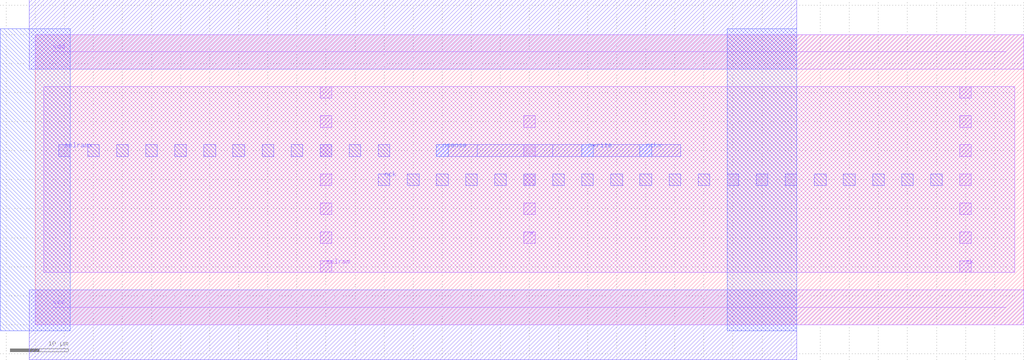
<source format=lef>

VERSION             5.2 ;
NAMESCASESENSITIVE  ON ;
BUSBITCHARS         "()" ;
DIVIDERCHAR         "." ;


MACRO ram_mem_buf0
    CLASS     CORE ;
    ORIGIN    0.00 0.00 ;
    SIZE      25.00 BY 50.00 ;
    SYMMETRY  X Y ;
    SITE      core ;
    PIN nq
        DIRECTION OUTPUT ;
        PORT
            LAYER ALU3 ;
            RECT 9.00 19.00 11.00 21.00 ;
        END
    END nq
    PIN i
        DIRECTION INPUT ;
        PORT
            LAYER ALU3 ;
            RECT 14.00 24.00 16.00 26.00 ;
        END
    END i
    PIN vdd
        DIRECTION INPUT ;
        USE POWER ;
        SHAPE ABUTMENT ;
        PORT
            LAYER ALU1 ;
            WIDTH 6.00 ;
            PATH 3.00 47.00 22.00 47.00 ;
            LAYER ALU3 ;
            WIDTH 12.00 ;
            PATH 0.00 6.00 0.00 44.00 ;
        END
    END vdd
    PIN vss
        DIRECTION INPUT ;
        USE GROUND ;
        SHAPE ABUTMENT ;
        PORT
            LAYER ALU1 ;
            WIDTH 6.00 ;
            PATH 3.00 3.00 22.00 3.00 ;
            LAYER ALU3 ;
            WIDTH 12.00 ;
            PATH 25.00 6.00 25.00 44.00 ;
        END
    END vss
    OBS
        LAYER ALU1 ;
        RECT 1.50 9.00 23.50 41.00 ;
        LAYER ALU2 ;
        RECT 10.00 24.00 16.00 26.00 ;
        RECT 5.00 19.00 19.00 21.00 ;
        RECT 10.00 24.00 16.00 26.00 ;
        RECT 5.00 19.00 19.00 21.00 ;
    END
END ram_mem_buf0


MACRO ram_mem_buf1
    CLASS     CORE ;
    ORIGIN    0.00 0.00 ;
    SIZE      25.00 BY 50.00 ;
    SYMMETRY  X Y ;
    SITE      core ;
    PIN nseli
        DIRECTION OUTPUT ;
        PORT
            LAYER ALU3 ;
            RECT 14.00 34.00 16.00 36.00 ;
        END
    END nseli
    PIN nck
        DIRECTION INPUT ;
        PORT
            LAYER ALU2 ;
            RECT 14.00 24.00 16.00 26.00 ;
            RECT 9.00 24.00 11.00 26.00 ;
        END
    END nck
    PIN selramx
        DIRECTION INPUT ;
        PORT
            LAYER ALU2 ;
            RECT 14.00 29.00 16.00 31.00 ;
            RECT 9.00 29.00 11.00 31.00 ;
        END
    END selramx
    PIN seli
        DIRECTION INPUT ;
        PORT
            LAYER ALU3 ;
            RECT 14.00 14.00 16.00 16.00 ;
        END
    END seli
    PIN vdd
        DIRECTION INPUT ;
        USE POWER ;
        SHAPE ABUTMENT ;
        PORT
            LAYER ALU1 ;
            WIDTH 6.00 ;
            PATH 3.00 47.00 22.00 47.00 ;
            LAYER ALU3 ;
            WIDTH 12.00 ;
            PATH 0.00 6.00 0.00 44.00 ;
        END
    END vdd
    PIN vss
        DIRECTION INPUT ;
        USE GROUND ;
        SHAPE ABUTMENT ;
        PORT
            LAYER ALU1 ;
            WIDTH 6.00 ;
            PATH 3.00 3.00 22.00 3.00 ;
            LAYER ALU3 ;
            WIDTH 12.00 ;
            PATH 25.00 6.00 25.00 44.00 ;
        END
    END vss
    OBS
        LAYER ALU1 ;
        RECT 1.50 9.00 23.50 41.00 ;
        LAYER ALU2 ;
        RECT 9.00 14.00 16.00 16.00 ;
        RECT 9.00 14.00 16.00 16.00 ;
        RECT 9.00 34.00 16.00 36.00 ;
        RECT 9.00 34.00 16.00 36.00 ;
    END
END ram_mem_buf1


MACRO ram_mem_data
    CLASS     CORE ;
    ORIGIN    0.00 0.00 ;
    SIZE      25.00 BY 50.00 ;
    SYMMETRY  X Y ;
    SITE      core ;
    PIN bit0
        DIRECTION OUTPUT TRISTATE ;
        PORT
            LAYER ALU2 ;
            RECT 24.00 9.00 26.00 11.00 ;
            RECT 19.00 9.00 21.00 11.00 ;
            RECT 14.00 9.00 16.00 11.00 ;
            RECT 9.00 9.00 11.00 11.00 ;
            RECT 4.00 9.00 6.00 11.00 ;
            RECT -1.00 9.00 1.00 11.00 ;
        END
    END bit0
    PIN nbit0
        DIRECTION OUTPUT TRISTATE ;
        PORT
            LAYER ALU2 ;
            RECT 24.00 19.00 26.00 21.00 ;
            RECT 19.00 19.00 21.00 21.00 ;
            RECT 14.00 19.00 16.00 21.00 ;
            RECT 9.00 19.00 11.00 21.00 ;
            RECT 4.00 19.00 6.00 21.00 ;
            RECT -1.00 19.00 1.00 21.00 ;
        END
    END nbit0
    PIN nbit1
        DIRECTION OUTPUT TRISTATE ;
        PORT
            LAYER ALU2 ;
            RECT 24.00 39.00 26.00 41.00 ;
            RECT 19.00 39.00 21.00 41.00 ;
            RECT 14.00 39.00 16.00 41.00 ;
            RECT 9.00 39.00 11.00 41.00 ;
            RECT 4.00 39.00 6.00 41.00 ;
            RECT -1.00 39.00 1.00 41.00 ;
        END
    END nbit1
    PIN bit1
        DIRECTION OUTPUT TRISTATE ;
        PORT
            LAYER ALU2 ;
            RECT 24.00 29.00 26.00 31.00 ;
            RECT 19.00 29.00 21.00 31.00 ;
            RECT 14.00 29.00 16.00 31.00 ;
            RECT 9.00 29.00 11.00 31.00 ;
            RECT 4.00 29.00 6.00 31.00 ;
            RECT -1.00 29.00 1.00 31.00 ;
        END
    END bit1
    PIN selxi
        DIRECTION INPUT ;
        PORT
            LAYER ALU3 ;
            RECT 9.00 44.00 11.00 46.00 ;
        END
    END selxi
    PIN vss
        DIRECTION INPUT ;
        USE GROUND ;
        SHAPE ABUTMENT ;
        PORT
            LAYER ALU3 ;
            WIDTH 12.00 ;
            PATH 25.00 6.00 25.00 44.00 ;
        END
    END vss
    PIN vdd
        DIRECTION INPUT ;
        USE POWER ;
        SHAPE ABUTMENT ;
        PORT
            LAYER ALU3 ;
            WIDTH 12.00 ;
            PATH 0.00 6.00 0.00 44.00 ;
        END
    END vdd
    OBS
        LAYER ALU2 ;
        RECT 24.00 37.00 26.00 41.00 ;
        RECT 24.00 29.00 26.00 33.00 ;
        RECT 24.00 9.00 26.00 15.00 ;
        RECT -1.00 4.00 26.00 46.00 ;
        RECT 19.00 4.00 26.00 6.00 ;
        RECT 19.00 24.00 26.00 26.00 ;
        RECT -1.00 24.00 6.00 26.00 ;
        RECT -1.00 14.00 6.00 16.00 ;
        RECT 19.00 44.00 26.00 46.00 ;
        RECT 9.00 44.00 16.00 46.00 ;
    END
END ram_mem_data


MACRO ram_mem_dec2
    CLASS     CORE ;
    ORIGIN    0.00 0.00 ;
    SIZE      100.00 BY 50.00 ;
    SYMMETRY  X Y ;
    SITE      core ;
    PIN ndeca
        DIRECTION OUTPUT ;
        PORT
            LAYER ALU3 ;
            RECT 34.00 19.00 36.00 21.00 ;
        END
    END ndeca
    PIN ndecb
        DIRECTION OUTPUT ;
        PORT
            LAYER ALU3 ;
            RECT 84.00 19.00 86.00 21.00 ;
        END
    END ndecb
    PIN i1
        DIRECTION INPUT ;
        PORT
            LAYER ALU3 ;
            RECT 59.00 19.00 61.00 21.00 ;
        END
    END i1
    PIN i0
        DIRECTION INPUT ;
        PORT
            LAYER ALU3 ;
            RECT 9.00 19.00 11.00 21.00 ;
        END
    END i0
    PIN vdd
        DIRECTION INPUT ;
        USE POWER ;
        SHAPE ABUTMENT ;
        PORT
            LAYER ALU1 ;
            WIDTH 6.00 ;
            PATH 3.00 47.00 97.00 47.00 ;
            LAYER ALU3 ;
            WIDTH 12.00 ;
            PATH 25.00 6.00 25.00 44.00 ;
            LAYER ALU3 ;
            WIDTH 12.00 ;
            PATH 75.00 6.00 75.00 44.00 ;
        END
    END vdd
    PIN vss
        DIRECTION INPUT ;
        USE GROUND ;
        SHAPE ABUTMENT ;
        PORT
            LAYER ALU1 ;
            WIDTH 6.00 ;
            PATH 3.00 3.00 97.00 3.00 ;
            LAYER ALU3 ;
            WIDTH 12.00 ;
            PATH 0.00 6.00 0.00 44.00 ;
            LAYER ALU3 ;
            WIDTH 12.00 ;
            PATH 50.00 6.00 50.00 44.00 ;
            LAYER ALU3 ;
            WIDTH 12.00 ;
            PATH 100.00 6.00 100.00 44.00 ;
        END
    END vss
    OBS
        LAYER ALU1 ;
        RECT 1.50 9.00 98.50 41.00 ;
        LAYER ALU2 ;
        RECT 29.00 19.00 36.00 21.00 ;
        RECT 79.00 19.00 86.00 21.00 ;
        RECT 59.00 19.00 66.00 21.00 ;
        RECT 9.00 19.00 16.00 21.00 ;
        RECT 9.00 19.00 86.00 21.00 ;
    END
END ram_mem_dec2


MACRO ram_mem_dec3
    CLASS     CORE ;
    ORIGIN    0.00 0.00 ;
    SIZE      100.00 BY 50.00 ;
    SYMMETRY  X Y ;
    SITE      core ;
    PIN ndeca
        DIRECTION OUTPUT ;
        PORT
            LAYER ALU3 ;
            RECT 34.00 19.00 36.00 21.00 ;
        END
    END ndeca
    PIN ndecb
        DIRECTION OUTPUT ;
        PORT
            LAYER ALU3 ;
            RECT 84.00 19.00 86.00 21.00 ;
        END
    END ndecb
    PIN i2
        DIRECTION INPUT ;
        PORT
            LAYER ALU3 ;
            RECT 59.00 19.00 61.00 21.00 ;
        END
    END i2
    PIN i1
        DIRECTION INPUT ;
        PORT
            LAYER ALU3 ;
            RECT 14.00 19.00 16.00 21.00 ;
        END
    END i1
    PIN i0
        DIRECTION INPUT ;
        PORT
            LAYER ALU3 ;
            RECT 9.00 19.00 11.00 21.00 ;
        END
    END i0
    PIN vdd
        DIRECTION INPUT ;
        USE POWER ;
        SHAPE ABUTMENT ;
        PORT
            LAYER ALU1 ;
            WIDTH 6.00 ;
            PATH 3.00 47.00 97.00 47.00 ;
            LAYER ALU3 ;
            WIDTH 12.00 ;
            PATH 25.00 6.00 25.00 44.00 ;
            LAYER ALU3 ;
            WIDTH 12.00 ;
            PATH 75.00 6.00 75.00 44.00 ;
        END
    END vdd
    PIN vss
        DIRECTION INPUT ;
        USE GROUND ;
        SHAPE ABUTMENT ;
        PORT
            LAYER ALU1 ;
            WIDTH 6.00 ;
            PATH 3.00 3.00 97.00 3.00 ;
            LAYER ALU3 ;
            WIDTH 12.00 ;
            PATH 0.00 6.00 0.00 44.00 ;
            LAYER ALU3 ;
            WIDTH 12.00 ;
            PATH 50.00 6.00 50.00 44.00 ;
            LAYER ALU3 ;
            WIDTH 12.00 ;
            PATH 100.00 6.00 100.00 44.00 ;
        END
    END vss
    OBS
        LAYER ALU1 ;
        RECT 1.50 9.00 98.50 41.00 ;
        LAYER ALU2 ;
        RECT 4.00 19.00 11.00 21.00 ;
        RECT 14.00 19.00 21.00 21.00 ;
        RECT 29.00 19.00 36.00 21.00 ;
        RECT 54.00 19.00 61.00 21.00 ;
        RECT 79.00 19.00 86.00 21.00 ;
        RECT 4.00 19.00 86.00 21.00 ;
    END
END ram_mem_dec3


MACRO ram_mem_dec4
    CLASS     CORE ;
    ORIGIN    0.00 0.00 ;
    SIZE      100.00 BY 50.00 ;
    SYMMETRY  X Y ;
    SITE      core ;
    PIN ndeca
        DIRECTION OUTPUT ;
        PORT
            LAYER ALU3 ;
            RECT 34.00 19.00 36.00 21.00 ;
        END
    END ndeca
    PIN ndecb
        DIRECTION OUTPUT ;
        PORT
            LAYER ALU3 ;
            RECT 84.00 19.00 86.00 21.00 ;
        END
    END ndecb
    PIN i3
        DIRECTION INPUT ;
        PORT
            LAYER ALU3 ;
            RECT 64.00 19.00 66.00 21.00 ;
        END
    END i3
    PIN i2
        DIRECTION INPUT ;
        PORT
            LAYER ALU3 ;
            RECT 59.00 19.00 61.00 21.00 ;
        END
    END i2
    PIN i1
        DIRECTION INPUT ;
        PORT
            LAYER ALU3 ;
            RECT 14.00 19.00 16.00 21.00 ;
        END
    END i1
    PIN i0
        DIRECTION INPUT ;
        PORT
            LAYER ALU3 ;
            RECT 9.00 19.00 11.00 21.00 ;
        END
    END i0
    PIN vdd
        DIRECTION INPUT ;
        USE POWER ;
        SHAPE ABUTMENT ;
        PORT
            LAYER ALU1 ;
            WIDTH 6.00 ;
            PATH 3.00 47.00 97.00 47.00 ;
            LAYER ALU3 ;
            WIDTH 12.00 ;
            PATH 25.00 6.00 25.00 44.00 ;
            LAYER ALU3 ;
            WIDTH 12.00 ;
            PATH 75.00 6.00 75.00 44.00 ;
        END
    END vdd
    PIN vss
        DIRECTION INPUT ;
        USE GROUND ;
        SHAPE ABUTMENT ;
        PORT
            LAYER ALU1 ;
            WIDTH 6.00 ;
            PATH 3.00 3.00 97.00 3.00 ;
            LAYER ALU3 ;
            WIDTH 12.00 ;
            PATH 0.00 6.00 0.00 44.00 ;
            LAYER ALU3 ;
            WIDTH 12.00 ;
            PATH 50.00 6.00 50.00 44.00 ;
            LAYER ALU3 ;
            WIDTH 12.00 ;
            PATH 100.00 6.00 100.00 44.00 ;
        END
    END vss
    OBS
        LAYER ALU1 ;
        RECT 1.50 9.00 98.50 41.00 ;
        LAYER ALU2 ;
        RECT 79.00 19.00 86.00 21.00 ;
        RECT 64.00 19.00 71.00 21.00 ;
        RECT 54.00 19.00 61.00 21.00 ;
        RECT 29.00 19.00 36.00 21.00 ;
        RECT 14.00 19.00 21.00 21.00 ;
        RECT 4.00 19.00 11.00 21.00 ;
        RECT 4.00 19.00 86.00 21.00 ;
    END
END ram_mem_dec4


MACRO ram_mem_dec5
    CLASS     CORE ;
    ORIGIN    0.00 0.00 ;
    SIZE      100.00 BY 50.00 ;
    SYMMETRY  X Y ;
    SITE      core ;
    PIN ndecb
        DIRECTION OUTPUT ;
        PORT
            LAYER ALU3 ;
            RECT 84.00 19.00 86.00 21.00 ;
        END
    END ndecb
    PIN ndeca
        DIRECTION OUTPUT ;
        PORT
            LAYER ALU3 ;
            RECT 14.00 19.00 16.00 21.00 ;
        END
    END ndeca
    PIN i4
        DIRECTION INPUT ;
        PORT
            LAYER ALU3 ;
            RECT 64.00 19.00 66.00 21.00 ;
        END
    END i4
    PIN i3
        DIRECTION INPUT ;
        PORT
            LAYER ALU3 ;
            RECT 59.00 19.00 61.00 21.00 ;
        END
    END i3
    PIN i2
        DIRECTION INPUT ;
        PORT
            LAYER ALU3 ;
            RECT 39.00 19.00 41.00 21.00 ;
        END
    END i2
    PIN i1
        DIRECTION INPUT ;
        PORT
            LAYER ALU3 ;
            RECT 34.00 19.00 36.00 21.00 ;
        END
    END i1
    PIN i0
        DIRECTION INPUT ;
        PORT
            LAYER ALU3 ;
            RECT 9.00 19.00 11.00 21.00 ;
        END
    END i0
    PIN vdd
        DIRECTION INPUT ;
        USE POWER ;
        SHAPE ABUTMENT ;
        PORT
            LAYER ALU1 ;
            WIDTH 6.00 ;
            PATH 3.00 47.00 97.00 47.00 ;
            LAYER ALU3 ;
            WIDTH 12.00 ;
            PATH 25.00 6.00 25.00 44.00 ;
            LAYER ALU3 ;
            WIDTH 12.00 ;
            PATH 75.00 6.00 75.00 44.00 ;
        END
    END vdd
    PIN vss
        DIRECTION INPUT ;
        USE GROUND ;
        SHAPE ABUTMENT ;
        PORT
            LAYER ALU1 ;
            WIDTH 6.00 ;
            PATH 3.00 3.00 97.00 3.00 ;
            LAYER ALU3 ;
            WIDTH 12.00 ;
            PATH 0.00 6.00 0.00 44.00 ;
            LAYER ALU3 ;
            WIDTH 12.00 ;
            PATH 50.00 6.00 50.00 44.00 ;
            LAYER ALU3 ;
            WIDTH 12.00 ;
            PATH 100.00 6.00 100.00 44.00 ;
        END
    END vss
    OBS
        LAYER ALU1 ;
        RECT 1.50 9.00 98.50 41.00 ;
        LAYER ALU2 ;
        RECT 79.00 19.00 86.00 21.00 ;
        RECT 64.00 19.00 71.00 21.00 ;
        RECT 54.00 19.00 61.00 21.00 ;
        RECT 39.00 19.00 46.00 21.00 ;
        RECT 29.00 19.00 36.00 21.00 ;
        RECT 4.00 19.00 86.00 21.00 ;
        RECT 14.00 19.00 21.00 21.00 ;
        RECT 4.00 19.00 11.00 21.00 ;
    END
END ram_mem_dec5


MACRO ram_mem_deci
    CLASS     CORE ;
    ORIGIN    0.00 0.00 ;
    SIZE      25.00 BY 50.00 ;
    SYMMETRY  X Y ;
    SITE      core ;
    PIN seli
        DIRECTION OUTPUT ;
        PORT
            LAYER ALU3 ;
            RECT 14.00 9.00 16.00 11.00 ;
        END
    END seli
    PIN i2
        DIRECTION INPUT ;
        PORT
            LAYER ALU1 ;
            RECT 19.00 29.00 21.00 31.00 ;
            RECT 19.00 24.00 21.00 26.00 ;
            RECT 19.00 19.00 21.00 21.00 ;
            RECT 19.00 14.00 21.00 16.00 ;
        END
    END i2
    PIN i1
        DIRECTION INPUT ;
        PORT
            LAYER ALU2 ;
            RECT 14.00 39.00 16.00 41.00 ;
            RECT 9.00 39.00 11.00 41.00 ;
        END
    END i1
    PIN i0
        DIRECTION INPUT ;
        PORT
            LAYER ALU2 ;
            RECT 14.00 34.00 16.00 36.00 ;
            RECT 9.00 34.00 11.00 36.00 ;
        END
    END i0
    PIN vdd
        DIRECTION INPUT ;
        USE POWER ;
        SHAPE ABUTMENT ;
        PORT
            LAYER ALU1 ;
            WIDTH 6.00 ;
            PATH 3.00 47.00 22.00 47.00 ;
            LAYER ALU3 ;
            WIDTH 12.00 ;
            PATH 0.00 6.00 0.00 44.00 ;
        END
    END vdd
    PIN vss
        DIRECTION INPUT ;
        USE GROUND ;
        SHAPE ABUTMENT ;
        PORT
            LAYER ALU1 ;
            WIDTH 6.00 ;
            PATH 3.00 3.00 22.00 3.00 ;
            LAYER ALU3 ;
            WIDTH 12.00 ;
            PATH 25.00 6.00 25.00 44.00 ;
        END
    END vss
    OBS
        LAYER ALU1 ;
        RECT 1.50 9.00 23.50 41.00 ;
        LAYER ALU2 ;
        RECT 9.00 9.00 16.00 11.00 ;
        RECT 9.00 9.00 16.00 11.00 ;
    END
END ram_mem_deci


MACRO ram_prech_buf0
    CLASS     CORE ;
    ORIGIN    0.00 0.00 ;
    SIZE      30.00 BY 50.00 ;
    SYMMETRY  X Y ;
    SITE      core ;
    PIN nq
        DIRECTION OUTPUT ;
        PORT
            LAYER ALU3 ;
            RECT 19.00 19.00 21.00 21.00 ;
        END
    END nq
    PIN i
        DIRECTION INPUT ;
        PORT
            LAYER ALU3 ;
            RECT 19.00 24.00 21.00 26.00 ;
        END
    END i
    PIN vdd
        DIRECTION INPUT ;
        USE POWER ;
        SHAPE ABUTMENT ;
        PORT
            LAYER ALU1 ;
            WIDTH 6.00 ;
            PATH 3.00 47.00 27.00 47.00 ;
        END
    END vdd
    PIN vss
        DIRECTION INPUT ;
        USE GROUND ;
        SHAPE ABUTMENT ;
        PORT
            LAYER ALU1 ;
            WIDTH 6.00 ;
            PATH 3.00 3.00 27.00 3.00 ;
        END
    END vss
    OBS
        LAYER ALU1 ;
        RECT 1.50 9.00 28.50 41.00 ;
        LAYER ALU2 ;
        RECT 14.00 19.00 21.00 21.00 ;
        RECT 14.00 24.00 21.00 26.00 ;
        RECT 14.00 24.00 21.00 26.00 ;
        RECT 14.00 19.00 21.00 21.00 ;
        LAYER ALU3 ;
        RECT 4.00 -1.00 16.00 51.00 ;
        RECT 24.00 -1.00 36.00 51.00 ;
    END
END ram_prech_buf0


MACRO ram_prech_buf1
    CLASS     CORE ;
    ORIGIN    0.00 0.00 ;
    SIZE      30.00 BY 50.00 ;
    SYMMETRY  X Y ;
    SITE      core ;
    PIN nckx
        DIRECTION OUTPUT ;
        PORT
            LAYER ALU3 ;
            RECT 19.00 34.00 21.00 36.00 ;
        END
    END nckx
    PIN nck
        DIRECTION INPUT ;
        PORT
            LAYER ALU2 ;
            RECT 19.00 24.00 21.00 26.00 ;
            RECT 14.00 24.00 16.00 26.00 ;
        END
    END nck
    PIN vdd
        DIRECTION INPUT ;
        USE POWER ;
        SHAPE ABUTMENT ;
        PORT
            LAYER ALU1 ;
            WIDTH 6.00 ;
            PATH 3.00 47.00 27.00 47.00 ;
        END
    END vdd
    PIN vss
        DIRECTION INPUT ;
        USE GROUND ;
        SHAPE ABUTMENT ;
        PORT
            LAYER ALU1 ;
            WIDTH 6.00 ;
            PATH 3.00 3.00 27.00 3.00 ;
        END
    END vss
    OBS
        LAYER ALU1 ;
        RECT 1.50 9.00 28.50 41.00 ;
        LAYER ALU2 ;
        RECT 9.00 34.00 21.00 36.00 ;
        RECT 9.00 34.00 21.00 36.00 ;
        RECT 4.00 44.00 31.00 56.00 ;
        RECT 4.00 -6.00 31.00 6.00 ;
        LAYER ALU3 ;
        RECT 24.00 -1.00 36.00 51.00 ;
        RECT 4.00 -1.00 16.00 51.00 ;
    END
END ram_prech_buf1


MACRO ram_prech_data
    CLASS     CORE ;
    ORIGIN    0.00 0.00 ;
    SIZE      30.00 BY 50.00 ;
    SYMMETRY  X Y ;
    SITE      core ;
    PIN nbit0
        DIRECTION INPUT ;
        PORT
            LAYER ALU2 ;
            RECT 29.00 19.00 31.00 21.00 ;
            RECT 24.00 19.00 26.00 21.00 ;
        END
    END nbit0
    PIN nbit1
        DIRECTION INPUT ;
        PORT
            LAYER ALU2 ;
            RECT 29.00 39.00 31.00 41.00 ;
            RECT 24.00 39.00 26.00 41.00 ;
        END
    END nbit1
    PIN bit1
        DIRECTION INPUT ;
        PORT
            LAYER ALU2 ;
            RECT 29.00 29.00 31.00 31.00 ;
            RECT 24.00 29.00 26.00 31.00 ;
        END
    END bit1
    PIN bit0
        DIRECTION INPUT ;
        PORT
            LAYER ALU2 ;
            RECT 29.00 9.00 31.00 11.00 ;
            RECT 24.00 9.00 26.00 11.00 ;
        END
    END bit0
    PIN prech
        DIRECTION INPUT ;
        PORT
            LAYER ALU3 ;
            RECT 19.00 39.00 21.00 41.00 ;
            RECT 19.00 34.00 21.00 36.00 ;
            RECT 19.00 29.00 21.00 31.00 ;
            RECT 19.00 24.00 21.00 26.00 ;
            RECT 19.00 19.00 21.00 21.00 ;
            RECT 19.00 14.00 21.00 16.00 ;
        END
    END prech
    PIN vdd
        DIRECTION INPUT ;
        USE POWER ;
        SHAPE FEEDTHRU ;
        PORT
            LAYER ALU1 ;
            WIDTH 6.00 ;
            PATH 3.00 47.00 7.00 47.00 ;
        END
    END vdd
    PIN vss
        DIRECTION INPUT ;
        USE GROUND ;
        SHAPE FEEDTHRU ;
        PORT
            LAYER ALU1 ;
            WIDTH 6.00 ;
            PATH 3.00 3.00 7.00 3.00 ;
            PATH 23.00 3.00 27.00 3.00 ;
        END
    END vss
    OBS
        LAYER ALU1 ;
        RECT 13.00 0.00 17.00 6.00 ;
        RECT 1.50 9.00 28.50 41.00 ;
        RECT 13.00 44.00 28.50 50.00 ;
        LAYER ALU2 ;
        RECT 4.00 9.00 21.00 41.00 ;
        RECT 4.00 39.00 21.00 41.00 ;
        RECT 4.00 21.00 21.00 23.00 ;
        RECT 4.00 15.00 21.00 17.00 ;
        RECT 4.00 33.00 21.00 35.00 ;
        RECT 9.00 27.00 15.00 29.00 ;
        RECT 9.00 9.00 15.00 11.00 ;
        LAYER ALU3 ;
        RECT 4.00 -1.00 16.00 51.00 ;
        RECT 24.00 -1.00 36.00 51.00 ;
    END
END ram_prech_data


MACRO ram_prech_dec0
    CLASS     CORE ;
    ORIGIN    0.00 0.00 ;
    SIZE      30.00 BY 50.00 ;
    SYMMETRY  X Y ;
    SITE      core ;
    PIN vdd
        DIRECTION INPUT ;
        USE POWER ;
        SHAPE ABUTMENT ;
        PORT
            LAYER ALU1 ;
            WIDTH 6.00 ;
            PATH 3.00 47.00 27.00 47.00 ;
        END
    END vdd
    PIN vss
        DIRECTION INPUT ;
        USE GROUND ;
        SHAPE ABUTMENT ;
        PORT
            LAYER ALU1 ;
            WIDTH 6.00 ;
            PATH 3.00 3.00 27.00 3.00 ;
        END
    END vss
    OBS
        LAYER ALU1 ;
        RECT 1.50 9.00 28.50 41.00 ;
        LAYER ALU3 ;
        RECT 4.00 -1.00 16.00 51.00 ;
        RECT 24.00 -1.00 36.00 51.00 ;
    END
END ram_prech_dec0


MACRO ram_sense_buf0
    CLASS     CORE ;
    ORIGIN    0.00 0.00 ;
    SIZE      170.00 BY 50.00 ;
    SYMMETRY  X Y ;
    SITE      core ;
    PIN prech
        DIRECTION OUTPUT ;
        PORT
            LAYER ALU3 ;
            RECT 114.00 19.00 116.00 21.00 ;
        END
    END prech
    PIN nsensex
        DIRECTION OUTPUT ;
        PORT
            LAYER ALU3 ;
            RECT 89.00 24.00 91.00 26.00 ;
        END
    END nsensex
    PIN writex
        DIRECTION OUTPUT ;
        PORT
            LAYER ALU3 ;
            RECT 134.00 24.00 136.00 26.00 ;
        END
    END writex
    PIN sensex
        DIRECTION OUTPUT ;
        PORT
            LAYER ALU3 ;
            RECT 74.00 19.00 76.00 21.00 ;
        END
    END sensex
    PIN nad0x
        DIRECTION OUTPUT ;
        PORT
            LAYER ALU3 ;
            RECT 14.00 19.00 16.00 21.00 ;
        END
    END nad0x
    PIN ad0x
        DIRECTION OUTPUT ;
        PORT
            LAYER ALU3 ;
            RECT 29.00 24.00 31.00 26.00 ;
        END
    END ad0x
    PIN nckx
        DIRECTION INPUT ;
        PORT
            LAYER ALU3 ;
            RECT 104.00 24.00 106.00 26.00 ;
        END
    END nckx
    PIN ad0
        DIRECTION INPUT ;
        PORT
            LAYER ALU1 ;
            RECT 19.00 39.00 21.00 41.00 ;
            RECT 19.00 34.00 21.00 36.00 ;
            RECT 19.00 29.00 21.00 31.00 ;
            RECT 19.00 24.00 21.00 26.00 ;
            RECT 19.00 19.00 21.00 21.00 ;
            RECT 19.00 14.00 21.00 16.00 ;
            RECT 19.00 9.00 21.00 11.00 ;
        END
    END ad0
    PIN nwrite
        DIRECTION INPUT ;
        PORT
            LAYER ALU3 ;
            RECT 139.00 19.00 141.00 21.00 ;
        END
    END nwrite
    PIN nsense
        DIRECTION INPUT ;
        PORT
            LAYER ALU3 ;
            RECT 69.00 24.00 71.00 26.00 ;
        END
    END nsense
    PIN vdd
        DIRECTION INPUT ;
        USE POWER ;
        SHAPE ABUTMENT ;
        PORT
            LAYER ALU1 ;
            WIDTH 6.00 ;
            PATH 3.00 47.00 167.00 47.00 ;
        END
    END vdd
    PIN vss
        DIRECTION INPUT ;
        USE GROUND ;
        SHAPE ABUTMENT ;
        PORT
            LAYER ALU1 ;
            WIDTH 6.00 ;
            PATH 3.00 3.00 167.00 3.00 ;
        END
    END vss
    OBS
        LAYER ALU1 ;
        RECT 1.50 9.00 168.50 41.00 ;
        LAYER ALU2 ;
        RECT 14.00 19.00 141.00 21.00 ;
        RECT 64.00 24.00 71.00 26.00 ;
        RECT 104.00 24.00 111.00 26.00 ;
        RECT 134.00 19.00 141.00 21.00 ;
        RECT 14.00 19.00 46.00 21.00 ;
        RECT 29.00 24.00 52.00 26.00 ;
        RECT 19.00 24.00 26.00 26.00 ;
        RECT 62.00 19.00 76.00 21.00 ;
        RECT 86.00 24.00 100.00 26.00 ;
        RECT 110.00 19.00 124.00 21.00 ;
        RECT 134.00 24.00 148.00 26.00 ;
        RECT 19.00 24.00 151.00 26.00 ;
        LAYER ALU3 ;
        RECT 119.00 -1.00 131.00 51.00 ;
        RECT -6.00 -1.00 6.00 51.00 ;
    END
END ram_sense_buf0


MACRO ram_sense_buf1
    CLASS     CORE ;
    ORIGIN    0.00 0.00 ;
    SIZE      170.00 BY 50.00 ;
    SYMMETRY  X Y ;
    SITE      core ;
    PIN nwrite
        DIRECTION OUTPUT ;
        PORT
            LAYER ALU3 ;
            RECT 94.00 29.00 96.00 31.00 ;
        END
    END nwrite
    PIN nckx
        DIRECTION OUTPUT ;
        PORT
            LAYER ALU3 ;
            RECT 104.00 29.00 106.00 31.00 ;
        END
    END nckx
    PIN nsense
        DIRECTION OUTPUT ;
        PORT
            LAYER ALU3 ;
            RECT 69.00 29.00 71.00 31.00 ;
        END
    END nsense
    PIN selramx
        DIRECTION OUTPUT ;
        PORT
            LAYER ALU2 ;
            RECT 59.00 29.00 61.00 31.00 ;
            RECT 54.00 29.00 56.00 31.00 ;
            RECT 49.00 29.00 51.00 31.00 ;
            RECT 44.00 29.00 46.00 31.00 ;
            RECT 39.00 29.00 41.00 31.00 ;
            RECT 34.00 29.00 36.00 31.00 ;
            RECT 29.00 29.00 31.00 31.00 ;
            RECT 24.00 29.00 26.00 31.00 ;
            RECT 19.00 29.00 21.00 31.00 ;
            RECT 14.00 29.00 16.00 31.00 ;
            RECT 9.00 29.00 11.00 31.00 ;
            RECT 4.00 29.00 6.00 31.00 ;
        END
    END selramx
    PIN nck
        DIRECTION OUTPUT ;
        PORT
            LAYER ALU2 ;
            RECT 154.00 24.00 156.00 26.00 ;
            RECT 149.00 24.00 151.00 26.00 ;
            RECT 144.00 24.00 146.00 26.00 ;
            RECT 139.00 24.00 141.00 26.00 ;
            RECT 134.00 24.00 136.00 26.00 ;
            RECT 129.00 24.00 131.00 26.00 ;
            RECT 124.00 24.00 126.00 26.00 ;
            RECT 119.00 24.00 121.00 26.00 ;
            RECT 114.00 24.00 116.00 26.00 ;
            RECT 109.00 24.00 111.00 26.00 ;
            RECT 104.00 24.00 106.00 26.00 ;
            RECT 99.00 24.00 101.00 26.00 ;
            RECT 94.00 24.00 96.00 26.00 ;
            RECT 89.00 24.00 91.00 26.00 ;
            RECT 84.00 24.00 86.00 26.00 ;
            RECT 79.00 24.00 81.00 26.00 ;
            RECT 74.00 24.00 76.00 26.00 ;
            RECT 69.00 24.00 71.00 26.00 ;
            RECT 64.00 24.00 66.00 26.00 ;
            RECT 59.00 24.00 61.00 26.00 ;
        END
    END nck
    PIN w
        DIRECTION INPUT ;
        PORT
            LAYER ALU1 ;
            RECT 84.00 34.00 86.00 36.00 ;
            RECT 84.00 29.00 86.00 31.00 ;
            RECT 84.00 24.00 86.00 26.00 ;
            RECT 84.00 19.00 86.00 21.00 ;
            RECT 84.00 14.00 86.00 16.00 ;
        END
    END w
    PIN selram
        DIRECTION INPUT ;
        PORT
            LAYER ALU1 ;
            RECT 49.00 39.00 51.00 41.00 ;
            RECT 49.00 34.00 51.00 36.00 ;
            RECT 49.00 29.00 51.00 31.00 ;
            RECT 49.00 24.00 51.00 26.00 ;
            RECT 49.00 19.00 51.00 21.00 ;
            RECT 49.00 14.00 51.00 16.00 ;
            RECT 49.00 9.00 51.00 11.00 ;
        END
    END selram
    PIN vdd
        DIRECTION INPUT ;
        USE POWER ;
        SHAPE ABUTMENT ;
        PORT
            LAYER ALU1 ;
            WIDTH 6.00 ;
            PATH 3.00 47.00 167.00 47.00 ;
        END
    END vdd
    PIN vss
        DIRECTION INPUT ;
        USE GROUND ;
        SHAPE ABUTMENT ;
        PORT
            LAYER ALU1 ;
            WIDTH 6.00 ;
            PATH 3.00 3.00 167.00 3.00 ;
        END
    END vss
    PIN ck
        DIRECTION INPUT ;
        USE CLOCK ;
        PORT
            LAYER ALU1 ;
            RECT 159.00 39.00 161.00 41.00 ;
            RECT 159.00 34.00 161.00 36.00 ;
            RECT 159.00 29.00 161.00 31.00 ;
            RECT 159.00 24.00 161.00 26.00 ;
            RECT 159.00 19.00 161.00 21.00 ;
            RECT 159.00 14.00 161.00 16.00 ;
            RECT 159.00 9.00 161.00 11.00 ;
        END
    END ck
    OBS
        LAYER ALU1 ;
        RECT 1.50 9.00 168.50 41.00 ;
        LAYER ALU2 ;
        RECT -1.00 -6.00 131.00 6.00 ;
        RECT -1.00 44.00 131.00 56.00 ;
        RECT 69.00 29.00 76.00 31.00 ;
        RECT 104.00 29.00 111.00 31.00 ;
        RECT 69.00 29.00 111.00 31.00 ;
        RECT 89.00 29.00 96.00 31.00 ;
        LAYER ALU3 ;
        RECT 119.00 -1.00 131.00 51.00 ;
        RECT -6.00 -1.00 6.00 51.00 ;
    END
END ram_sense_buf1


MACRO ram_sense_data
    CLASS     CORE ;
    ORIGIN    0.00 0.00 ;
    SIZE      170.00 BY 50.00 ;
    SYMMETRY  X Y ;
    SITE      core ;
    PIN nbit1
        DIRECTION OUTPUT TRISTATE ;
        PORT
            LAYER ALU2 ;
            RECT 24.00 39.00 26.00 41.00 ;
            RECT 19.00 39.00 21.00 41.00 ;
            RECT 14.00 39.00 16.00 41.00 ;
            RECT 9.00 39.00 11.00 41.00 ;
            RECT 4.00 39.00 6.00 41.00 ;
            RECT -1.00 39.00 1.00 41.00 ;
        END
    END nbit1
    PIN bit1
        DIRECTION OUTPUT TRISTATE ;
        PORT
            LAYER ALU2 ;
            RECT 19.00 29.00 21.00 31.00 ;
            RECT 14.00 29.00 16.00 31.00 ;
            RECT 9.00 29.00 11.00 31.00 ;
            RECT 4.00 29.00 6.00 31.00 ;
            RECT -1.00 29.00 1.00 31.00 ;
        END
    END bit1
    PIN bit0
        DIRECTION OUTPUT TRISTATE ;
        PORT
            LAYER ALU2 ;
            RECT 24.00 9.00 26.00 11.00 ;
            RECT 19.00 9.00 21.00 11.00 ;
            RECT 14.00 9.00 16.00 11.00 ;
            RECT 9.00 9.00 11.00 11.00 ;
            RECT 4.00 9.00 6.00 11.00 ;
            RECT -1.00 9.00 1.00 11.00 ;
        END
    END bit0
    PIN nbit0
        DIRECTION OUTPUT TRISTATE ;
        PORT
            LAYER ALU2 ;
            RECT 14.00 19.00 16.00 21.00 ;
            RECT 9.00 19.00 11.00 21.00 ;
            RECT 4.00 19.00 6.00 21.00 ;
            RECT -1.00 19.00 1.00 21.00 ;
        END
    END nbit0
    PIN dout
        DIRECTION OUTPUT TRISTATE ;
        PORT
            LAYER ALU1 ;
            RECT 99.00 39.00 101.00 41.00 ;
            RECT 99.00 34.00 101.00 36.00 ;
            RECT 99.00 29.00 101.00 31.00 ;
            RECT 99.00 24.00 101.00 26.00 ;
            RECT 99.00 19.00 101.00 21.00 ;
            RECT 99.00 14.00 101.00 16.00 ;
            RECT 99.00 9.00 101.00 11.00 ;
        END
    END dout
    PIN din
        DIRECTION INPUT ;
        PORT
            LAYER ALU1 ;
            RECT 164.00 34.00 166.00 36.00 ;
            RECT 164.00 29.00 166.00 31.00 ;
            RECT 164.00 24.00 166.00 26.00 ;
            RECT 164.00 19.00 166.00 21.00 ;
        END
    END din
    PIN prechx
        DIRECTION INPUT ;
        PORT
            LAYER ALU3 ;
            RECT 114.00 39.00 116.00 41.00 ;
            RECT 114.00 34.00 116.00 36.00 ;
            RECT 114.00 29.00 116.00 31.00 ;
            RECT 114.00 24.00 116.00 26.00 ;
            RECT 114.00 19.00 116.00 21.00 ;
            RECT 114.00 14.00 116.00 16.00 ;
            RECT 114.00 9.00 116.00 11.00 ;
        END
    END prechx
    PIN writex
        DIRECTION INPUT ;
        PORT
            LAYER ALU3 ;
            RECT 134.00 34.00 136.00 36.00 ;
            RECT 134.00 29.00 136.00 31.00 ;
            RECT 134.00 24.00 136.00 26.00 ;
            RECT 134.00 19.00 136.00 21.00 ;
            RECT 134.00 14.00 136.00 16.00 ;
        END
    END writex
    PIN sensex
        DIRECTION INPUT ;
        PORT
            LAYER ALU3 ;
            RECT 74.00 19.00 76.00 21.00 ;
        END
    END sensex
    PIN nsensex
        DIRECTION INPUT ;
        PORT
            LAYER ALU3 ;
            RECT 89.00 24.00 91.00 26.00 ;
        END
    END nsensex
    PIN nad0x
        DIRECTION INPUT ;
        PORT
            LAYER ALU3 ;
            RECT 14.00 34.00 16.00 36.00 ;
            RECT 14.00 29.00 16.00 31.00 ;
            RECT 14.00 24.00 16.00 26.00 ;
            RECT 14.00 19.00 16.00 21.00 ;
            RECT 14.00 14.00 16.00 16.00 ;
        END
    END nad0x
    PIN ad0x
        DIRECTION INPUT ;
        PORT
            LAYER ALU3 ;
            RECT 29.00 39.00 31.00 41.00 ;
            RECT 29.00 34.00 31.00 36.00 ;
            RECT 29.00 29.00 31.00 31.00 ;
            RECT 29.00 24.00 31.00 26.00 ;
            RECT 29.00 19.00 31.00 21.00 ;
        END
    END ad0x
    PIN vdd
        DIRECTION INPUT ;
        USE POWER ;
        SHAPE ABUTMENT ;
        PORT
            LAYER ALU1 ;
            WIDTH 6.00 ;
            PATH 3.00 47.00 167.00 47.00 ;
        END
    END vdd
    PIN vss
        DIRECTION INPUT ;
        USE GROUND ;
        SHAPE ABUTMENT ;
        PORT
            LAYER ALU1 ;
            WIDTH 6.00 ;
            PATH 3.00 3.00 167.00 3.00 ;
        END
    END vss
    OBS
        LAYER ALU1 ;
        RECT 1.50 9.00 168.50 41.00 ;
        LAYER ALU2 ;
        RECT 89.00 24.00 161.00 26.00 ;
        RECT 146.00 24.00 161.00 26.00 ;
        RECT 118.00 39.00 155.00 41.00 ;
        RECT 89.00 39.00 155.00 41.00 ;
        RECT 89.00 9.00 143.00 11.00 ;
        RECT 118.00 9.00 143.00 11.00 ;
        RECT 56.00 19.00 81.00 21.00 ;
        RECT 29.00 19.00 36.00 21.00 ;
        RECT 29.00 39.00 36.00 41.00 ;
        RECT 84.00 24.00 91.00 26.00 ;
        RECT 19.00 21.00 21.00 31.00 ;
        RECT -1.00 9.00 91.00 41.00 ;
        RECT 10.00 34.00 16.00 36.00 ;
        RECT 10.00 14.00 16.00 16.00 ;
        RECT 134.00 14.00 141.00 16.00 ;
        RECT 134.00 34.00 141.00 36.00 ;
        RECT 89.00 34.00 141.00 36.00 ;
        RECT 89.00 14.00 141.00 16.00 ;
        RECT 19.00 34.00 125.00 36.00 ;
        RECT 19.00 14.00 125.00 16.00 ;
        RECT 109.00 24.00 116.00 26.00 ;
        LAYER ALU3 ;
        RECT -6.00 -1.00 6.00 51.00 ;
        RECT 119.00 -1.00 131.00 51.00 ;
    END
END ram_sense_data


MACRO ram_sense_decad12
    CLASS     CORE ;
    ORIGIN    0.00 0.00 ;
    SIZE      170.00 BY 50.00 ;
    SYMMETRY  X Y ;
    SITE      core ;
    PIN ndec11
        DIRECTION OUTPUT ;
        PORT
            LAYER ALU2 ;
            RECT 99.00 29.00 101.00 31.00 ;
            RECT 94.00 29.00 96.00 31.00 ;
        END
    END ndec11
    PIN ndec10
        DIRECTION OUTPUT ;
        PORT
            LAYER ALU2 ;
            RECT 69.00 24.00 71.00 26.00 ;
            RECT 64.00 24.00 66.00 26.00 ;
        END
    END ndec10
    PIN ndec01
        DIRECTION OUTPUT ;
        PORT
            LAYER ALU2 ;
            RECT 39.00 19.00 41.00 21.00 ;
            RECT 34.00 19.00 36.00 21.00 ;
        END
    END ndec01
    PIN ndec00
        DIRECTION OUTPUT ;
        PORT
            LAYER ALU2 ;
            RECT 9.00 14.00 11.00 16.00 ;
            RECT 4.00 14.00 6.00 16.00 ;
        END
    END ndec00
    PIN ad2
        DIRECTION INPUT ;
        PORT
            LAYER ALU1 ;
            RECT 139.00 39.00 141.00 41.00 ;
            RECT 139.00 34.00 141.00 36.00 ;
            RECT 139.00 29.00 141.00 31.00 ;
            RECT 139.00 24.00 141.00 26.00 ;
            RECT 139.00 19.00 141.00 21.00 ;
            RECT 139.00 14.00 141.00 16.00 ;
            RECT 139.00 9.00 141.00 11.00 ;
        END
    END ad2
    PIN ad1
        DIRECTION INPUT ;
        PORT
            LAYER ALU1 ;
            RECT 164.00 39.00 166.00 41.00 ;
            RECT 164.00 34.00 166.00 36.00 ;
            RECT 164.00 29.00 166.00 31.00 ;
            RECT 164.00 24.00 166.00 26.00 ;
            RECT 164.00 19.00 166.00 21.00 ;
            RECT 164.00 14.00 166.00 16.00 ;
            RECT 164.00 9.00 166.00 11.00 ;
        END
    END ad1
    PIN vdd
        DIRECTION INPUT ;
        USE POWER ;
        SHAPE ABUTMENT ;
        PORT
            LAYER ALU1 ;
            WIDTH 6.00 ;
            PATH 3.00 47.00 167.00 47.00 ;
        END
    END vdd
    PIN vss
        DIRECTION INPUT ;
        USE GROUND ;
        SHAPE ABUTMENT ;
        PORT
            LAYER ALU1 ;
            WIDTH 6.00 ;
            PATH 3.00 3.00 167.00 3.00 ;
        END
    END vss
    OBS
        LAYER ALU1 ;
        RECT 1.50 9.00 168.50 41.00 ;
        LAYER ALU2 ;
        RECT 76.00 9.00 146.00 11.00 ;
        RECT 16.00 14.00 141.00 16.00 ;
        RECT 22.00 39.00 166.00 41.00 ;
        RECT 52.00 34.00 161.00 36.00 ;
        RECT 22.00 39.00 166.00 41.00 ;
        RECT 52.00 34.00 161.00 36.00 ;
        RECT 16.00 14.00 141.00 16.00 ;
        RECT 76.00 9.00 146.00 11.00 ;
        LAYER ALU3 ;
        RECT -6.00 -1.00 6.00 51.00 ;
        RECT 119.00 -1.00 131.00 51.00 ;
    END
END ram_sense_decad12


MACRO ram_sense_decad2
    CLASS     CORE ;
    ORIGIN    0.00 0.00 ;
    SIZE      170.00 BY 50.00 ;
    SYMMETRY  X Y ;
    SITE      core ;
    PIN ad3x
        DIRECTION OUTPUT ;
        PORT
            LAYER ALU3 ;
            RECT 139.00 19.00 141.00 21.00 ;
        END
    END ad3x
    PIN nad3x
        DIRECTION OUTPUT ;
        PORT
            LAYER ALU3 ;
            RECT 154.00 19.00 156.00 21.00 ;
        END
    END nad3x
    PIN nad4x
        DIRECTION OUTPUT ;
        PORT
            LAYER ALU3 ;
            RECT 114.00 19.00 116.00 21.00 ;
        END
    END nad4x
    PIN ad4x
        DIRECTION OUTPUT ;
        PORT
            LAYER ALU3 ;
            RECT 109.00 19.00 111.00 21.00 ;
        END
    END ad4x
    PIN ad4
        DIRECTION INPUT ;
        PORT
            LAYER ALU3 ;
            RECT 134.00 19.00 136.00 21.00 ;
        END
    END ad4
    PIN ad3
        DIRECTION INPUT ;
        PORT
            LAYER ALU3 ;
            RECT 164.00 19.00 166.00 21.00 ;
        END
    END ad3
    PIN vdd
        DIRECTION INPUT ;
        USE POWER ;
        SHAPE ABUTMENT ;
        PORT
            LAYER ALU1 ;
            WIDTH 6.00 ;
            PATH 3.00 47.00 167.00 47.00 ;
        END
    END vdd
    PIN vss
        DIRECTION INPUT ;
        USE GROUND ;
        SHAPE ABUTMENT ;
        PORT
            LAYER ALU1 ;
            WIDTH 6.00 ;
            PATH 3.00 3.00 167.00 3.00 ;
        END
    END vss
    OBS
        LAYER ALU1 ;
        RECT 1.50 9.00 168.50 41.00 ;
        LAYER ALU2 ;
        RECT 104.00 19.00 166.00 21.00 ;
        RECT 139.00 19.00 146.00 21.00 ;
        RECT 159.00 19.00 166.00 21.00 ;
        RECT 149.00 19.00 156.00 21.00 ;
        RECT 129.00 19.00 136.00 21.00 ;
        RECT 104.00 19.00 111.00 21.00 ;
        RECT 114.00 19.00 123.00 21.00 ;
        LAYER ALU3 ;
        RECT -6.00 -1.00 6.00 51.00 ;
        RECT 119.00 -1.00 131.00 51.00 ;
    END
END ram_sense_decad2


MACRO ram_sense_decad3
    CLASS     CORE ;
    ORIGIN    0.00 0.00 ;
    SIZE      170.00 BY 50.00 ;
    SYMMETRY  X Y ;
    SITE      core ;
    PIN nad5x
        DIRECTION OUTPUT ;
        PORT
            LAYER ALU3 ;
            RECT 89.00 19.00 91.00 21.00 ;
        END
    END nad5x
    PIN ad5x
        DIRECTION OUTPUT ;
        PORT
            LAYER ALU3 ;
            RECT 79.00 19.00 81.00 21.00 ;
        END
    END ad5x
    PIN ad3x
        DIRECTION OUTPUT ;
        PORT
            LAYER ALU3 ;
            RECT 139.00 19.00 141.00 21.00 ;
        END
    END ad3x
    PIN nad3x
        DIRECTION OUTPUT ;
        PORT
            LAYER ALU3 ;
            RECT 154.00 19.00 156.00 21.00 ;
        END
    END nad3x
    PIN nad4x
        DIRECTION OUTPUT ;
        PORT
            LAYER ALU3 ;
            RECT 114.00 19.00 116.00 21.00 ;
        END
    END nad4x
    PIN ad4x
        DIRECTION OUTPUT ;
        PORT
            LAYER ALU3 ;
            RECT 109.00 19.00 111.00 21.00 ;
        END
    END ad4x
    PIN ad5
        DIRECTION INPUT ;
        PORT
            LAYER ALU3 ;
            RECT 99.00 19.00 101.00 21.00 ;
        END
    END ad5
    PIN ad4
        DIRECTION INPUT ;
        PORT
            LAYER ALU3 ;
            RECT 134.00 19.00 136.00 21.00 ;
        END
    END ad4
    PIN ad3
        DIRECTION INPUT ;
        PORT
            LAYER ALU3 ;
            RECT 164.00 19.00 166.00 21.00 ;
        END
    END ad3
    PIN vdd
        DIRECTION INPUT ;
        USE POWER ;
        SHAPE ABUTMENT ;
        PORT
            LAYER ALU1 ;
            WIDTH 6.00 ;
            PATH 3.00 47.00 167.00 47.00 ;
        END
    END vdd
    PIN vss
        DIRECTION INPUT ;
        USE GROUND ;
        SHAPE ABUTMENT ;
        PORT
            LAYER ALU1 ;
            WIDTH 6.00 ;
            PATH 3.00 3.00 167.00 3.00 ;
        END
    END vss
    OBS
        LAYER ALU1 ;
        RECT 1.50 9.00 168.50 41.00 ;
        LAYER ALU2 ;
        RECT 74.00 19.00 166.00 21.00 ;
        RECT 104.00 19.00 111.00 21.00 ;
        RECT 94.00 19.00 101.00 21.00 ;
        RECT 84.00 19.00 91.00 21.00 ;
        RECT 74.00 19.00 81.00 21.00 ;
        RECT 129.00 19.00 136.00 21.00 ;
        RECT 139.00 19.00 146.00 21.00 ;
        RECT 149.00 19.00 156.00 21.00 ;
        RECT 159.00 19.00 166.00 21.00 ;
        RECT 114.00 19.00 123.00 21.00 ;
        LAYER ALU3 ;
        RECT -6.00 -1.00 6.00 51.00 ;
        RECT 119.00 -1.00 131.00 51.00 ;
    END
END ram_sense_decad3


MACRO ram_sense_decad4
    CLASS     CORE ;
    ORIGIN    0.00 0.00 ;
    SIZE      170.00 BY 50.00 ;
    SYMMETRY  X Y ;
    SITE      core ;
    PIN ad6x
        DIRECTION OUTPUT ;
        PORT
            LAYER ALU3 ;
            RECT 44.00 19.00 46.00 21.00 ;
        END
    END ad6x
    PIN nad6x
        DIRECTION OUTPUT ;
        PORT
            LAYER ALU3 ;
            RECT 54.00 19.00 56.00 21.00 ;
        END
    END nad6x
    PIN nad5x
        DIRECTION OUTPUT ;
        PORT
            LAYER ALU3 ;
            RECT 89.00 19.00 91.00 21.00 ;
        END
    END nad5x
    PIN ad5x
        DIRECTION OUTPUT ;
        PORT
            LAYER ALU3 ;
            RECT 79.00 19.00 81.00 21.00 ;
        END
    END ad5x
    PIN ad3x
        DIRECTION OUTPUT ;
        PORT
            LAYER ALU3 ;
            RECT 139.00 19.00 141.00 21.00 ;
        END
    END ad3x
    PIN nad3x
        DIRECTION OUTPUT ;
        PORT
            LAYER ALU3 ;
            RECT 154.00 19.00 156.00 21.00 ;
        END
    END nad3x
    PIN nad4x
        DIRECTION OUTPUT ;
        PORT
            LAYER ALU3 ;
            RECT 114.00 19.00 116.00 21.00 ;
        END
    END nad4x
    PIN ad4x
        DIRECTION OUTPUT ;
        PORT
            LAYER ALU3 ;
            RECT 109.00 19.00 111.00 21.00 ;
        END
    END ad4x
    PIN ad5
        DIRECTION INPUT ;
        PORT
            LAYER ALU3 ;
            RECT 99.00 19.00 101.00 21.00 ;
        END
    END ad5
    PIN ad6
        DIRECTION INPUT ;
        PORT
            LAYER ALU3 ;
            RECT 64.00 19.00 66.00 21.00 ;
        END
    END ad6
    PIN ad4
        DIRECTION INPUT ;
        PORT
            LAYER ALU3 ;
            RECT 134.00 19.00 136.00 21.00 ;
        END
    END ad4
    PIN ad3
        DIRECTION INPUT ;
        PORT
            LAYER ALU3 ;
            RECT 164.00 19.00 166.00 21.00 ;
        END
    END ad3
    PIN vdd
        DIRECTION INPUT ;
        USE POWER ;
        SHAPE ABUTMENT ;
        PORT
            LAYER ALU1 ;
            WIDTH 6.00 ;
            PATH 3.00 47.00 167.00 47.00 ;
        END
    END vdd
    PIN vss
        DIRECTION INPUT ;
        USE GROUND ;
        SHAPE ABUTMENT ;
        PORT
            LAYER ALU1 ;
            WIDTH 6.00 ;
            PATH 3.00 3.00 167.00 3.00 ;
        END
    END vss
    OBS
        LAYER ALU1 ;
        RECT 1.50 9.00 168.50 41.00 ;
        LAYER ALU2 ;
        RECT 159.00 19.00 166.00 21.00 ;
        RECT 139.00 19.00 146.00 21.00 ;
        RECT 149.00 19.00 156.00 21.00 ;
        RECT 129.00 19.00 136.00 21.00 ;
        RECT 104.00 19.00 111.00 21.00 ;
        RECT 94.00 19.00 101.00 21.00 ;
        RECT 84.00 19.00 91.00 21.00 ;
        RECT 74.00 19.00 81.00 21.00 ;
        RECT 64.00 19.00 71.00 21.00 ;
        RECT 54.00 19.00 61.00 21.00 ;
        RECT 44.00 19.00 51.00 21.00 ;
        RECT 114.00 19.00 123.00 21.00 ;
        RECT 44.00 19.00 166.00 21.00 ;
        LAYER ALU3 ;
        RECT -6.00 -1.00 6.00 51.00 ;
        RECT 119.00 -1.00 131.00 51.00 ;
    END
END ram_sense_decad4


MACRO ram_sense_decad5
    CLASS     CORE ;
    ORIGIN    0.00 0.00 ;
    SIZE      170.00 BY 50.00 ;
    SYMMETRY  X Y ;
    SITE      core ;
    PIN ad6x
        DIRECTION OUTPUT ;
        PORT
            LAYER ALU3 ;
            RECT 44.00 19.00 46.00 21.00 ;
        END
    END ad6x
    PIN nad6x
        DIRECTION OUTPUT ;
        PORT
            LAYER ALU3 ;
            RECT 54.00 19.00 56.00 21.00 ;
        END
    END nad6x
    PIN nad5x
        DIRECTION OUTPUT ;
        PORT
            LAYER ALU3 ;
            RECT 89.00 19.00 91.00 21.00 ;
        END
    END nad5x
    PIN ad5x
        DIRECTION OUTPUT ;
        PORT
            LAYER ALU3 ;
            RECT 79.00 19.00 81.00 21.00 ;
        END
    END ad5x
    PIN ad3x
        DIRECTION OUTPUT ;
        PORT
            LAYER ALU3 ;
            RECT 139.00 19.00 141.00 21.00 ;
        END
    END ad3x
    PIN nad3x
        DIRECTION OUTPUT ;
        PORT
            LAYER ALU3 ;
            RECT 154.00 19.00 156.00 21.00 ;
        END
    END nad3x
    PIN nad4x
        DIRECTION OUTPUT ;
        PORT
            LAYER ALU3 ;
            RECT 114.00 19.00 116.00 21.00 ;
        END
    END nad4x
    PIN ad7x
        DIRECTION OUTPUT ;
        PORT
            LAYER ALU3 ;
            RECT 14.00 19.00 16.00 21.00 ;
        END
    END ad7x
    PIN nad7x
        DIRECTION OUTPUT ;
        PORT
            LAYER ALU3 ;
            RECT 24.00 19.00 26.00 21.00 ;
        END
    END nad7x
    PIN ad4x
        DIRECTION OUTPUT ;
        PORT
            LAYER ALU3 ;
            RECT 109.00 19.00 111.00 21.00 ;
        END
    END ad4x
    PIN ad5
        DIRECTION INPUT ;
        PORT
            LAYER ALU3 ;
            RECT 99.00 19.00 101.00 21.00 ;
        END
    END ad5
    PIN ad6
        DIRECTION INPUT ;
        PORT
            LAYER ALU3 ;
            RECT 64.00 19.00 66.00 21.00 ;
        END
    END ad6
    PIN ad4
        DIRECTION INPUT ;
        PORT
            LAYER ALU3 ;
            RECT 134.00 19.00 136.00 21.00 ;
        END
    END ad4
    PIN ad3
        DIRECTION INPUT ;
        PORT
            LAYER ALU3 ;
            RECT 164.00 19.00 166.00 21.00 ;
        END
    END ad3
    PIN ad7
        DIRECTION INPUT ;
        PORT
            LAYER ALU3 ;
            RECT 34.00 19.00 36.00 21.00 ;
        END
    END ad7
    PIN vdd
        DIRECTION INPUT ;
        USE POWER ;
        SHAPE ABUTMENT ;
        PORT
            LAYER ALU1 ;
            WIDTH 6.00 ;
            PATH 3.00 47.00 167.00 47.00 ;
        END
    END vdd
    PIN vss
        DIRECTION INPUT ;
        USE GROUND ;
        SHAPE ABUTMENT ;
        PORT
            LAYER ALU1 ;
            WIDTH 6.00 ;
            PATH 3.00 3.00 167.00 3.00 ;
        END
    END vss
    OBS
        LAYER ALU1 ;
        RECT 1.50 9.00 168.50 41.00 ;
        LAYER ALU2 ;
        RECT 114.00 19.00 123.00 21.00 ;
        RECT 14.00 19.00 166.00 21.00 ;
        RECT 14.00 19.00 21.00 21.00 ;
        RECT 24.00 19.00 31.00 21.00 ;
        RECT 44.00 19.00 51.00 21.00 ;
        RECT 54.00 19.00 61.00 21.00 ;
        RECT 64.00 19.00 71.00 21.00 ;
        RECT 34.00 19.00 41.00 21.00 ;
        RECT 74.00 19.00 81.00 21.00 ;
        RECT 84.00 19.00 91.00 21.00 ;
        RECT 94.00 19.00 101.00 21.00 ;
        RECT 104.00 19.00 111.00 21.00 ;
        RECT 129.00 19.00 136.00 21.00 ;
        RECT 159.00 19.00 166.00 21.00 ;
        RECT 149.00 19.00 156.00 21.00 ;
        RECT 139.00 19.00 146.00 21.00 ;
        LAYER ALU3 ;
        RECT 119.00 -1.00 131.00 51.00 ;
        RECT -6.00 -1.00 6.00 51.00 ;
    END
END ram_sense_decad5


END LIBRARY

</source>
